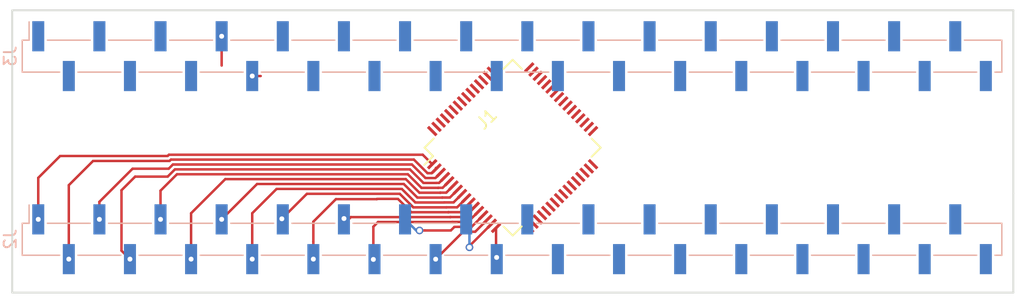
<source format=kicad_pcb>
(kicad_pcb (version 4) (host pcbnew 4.0.7)

  (general
    (links 64)
    (no_connects 48)
    (area 112.5158 82.24818 197.9722 108.895519)
    (thickness 1.6)
    (drawings 5)
    (tracks 149)
    (zones 0)
    (modules 3)
    (nets 65)
  )

  (page A4)
  (layers
    (0 F.Cu signal)
    (31 B.Cu signal)
    (32 B.Adhes user)
    (33 F.Adhes user)
    (34 B.Paste user)
    (35 F.Paste user)
    (36 B.SilkS user)
    (37 F.SilkS user)
    (38 B.Mask user)
    (39 F.Mask user)
    (40 Dwgs.User user)
    (41 Cmts.User user)
    (42 Eco1.User user)
    (43 Eco2.User user)
    (44 Edge.Cuts user)
    (45 Margin user)
    (46 B.CrtYd user)
    (47 F.CrtYd user)
    (48 B.Fab user)
    (49 F.Fab user)
  )

  (setup
    (last_trace_width 0.2032)
    (trace_clearance 0.2032)
    (zone_clearance 0.508)
    (zone_45_only no)
    (trace_min 0.2)
    (segment_width 0.2)
    (edge_width 0.15)
    (via_size 0.635)
    (via_drill 0.4064)
    (via_min_size 0.4)
    (via_min_drill 0.3)
    (uvia_size 0.3)
    (uvia_drill 0.1)
    (uvias_allowed no)
    (uvia_min_size 0.2)
    (uvia_min_drill 0.1)
    (pcb_text_width 0.3)
    (pcb_text_size 1.5 1.5)
    (mod_edge_width 0.15)
    (mod_text_size 1 1)
    (mod_text_width 0.15)
    (pad_size 1.524 1.524)
    (pad_drill 0.762)
    (pad_to_mask_clearance 0.2)
    (aux_axis_origin 0 0)
    (visible_elements 7FFFFFFF)
    (pcbplotparams
      (layerselection 0x010fc_80000001)
      (usegerberextensions false)
      (excludeedgelayer true)
      (linewidth 0.100000)
      (plotframeref false)
      (viasonmask false)
      (mode 1)
      (useauxorigin false)
      (hpglpennumber 1)
      (hpglpenspeed 20)
      (hpglpendiameter 15)
      (hpglpenoverlay 2)
      (psnegative false)
      (psa4output false)
      (plotreference true)
      (plotvalue true)
      (plotinvisibletext false)
      (padsonsilk false)
      (subtractmaskfromsilk false)
      (outputformat 1)
      (mirror false)
      (drillshape 0)
      (scaleselection 1)
      (outputdirectory Gerbers/))
  )

  (net 0 "")
  (net 1 "Net-(J1-Pad1)")
  (net 2 "Net-(J1-Pad2)")
  (net 3 "Net-(J1-Pad3)")
  (net 4 "Net-(J1-Pad4)")
  (net 5 "Net-(J1-Pad5)")
  (net 6 "Net-(J1-Pad6)")
  (net 7 "Net-(J1-Pad7)")
  (net 8 "Net-(J1-Pad8)")
  (net 9 "Net-(J1-Pad9)")
  (net 10 "Net-(J1-Pad10)")
  (net 11 "Net-(J1-Pad11)")
  (net 12 "Net-(J1-Pad12)")
  (net 13 "Net-(J1-Pad13)")
  (net 14 "Net-(J1-Pad14)")
  (net 15 "Net-(J1-Pad15)")
  (net 16 "Net-(J1-Pad16)")
  (net 17 "Net-(J1-Pad17)")
  (net 18 "Net-(J1-Pad18)")
  (net 19 "Net-(J1-Pad19)")
  (net 20 "Net-(J1-Pad20)")
  (net 21 "Net-(J1-Pad21)")
  (net 22 "Net-(J1-Pad22)")
  (net 23 "Net-(J1-Pad23)")
  (net 24 "Net-(J1-Pad24)")
  (net 25 "Net-(J1-Pad25)")
  (net 26 "Net-(J1-Pad26)")
  (net 27 "Net-(J1-Pad27)")
  (net 28 "Net-(J1-Pad28)")
  (net 29 "Net-(J1-Pad29)")
  (net 30 "Net-(J1-Pad30)")
  (net 31 "Net-(J1-Pad31)")
  (net 32 "Net-(J1-Pad32)")
  (net 33 "Net-(J1-Pad33)")
  (net 34 "Net-(J1-Pad34)")
  (net 35 "Net-(J1-Pad35)")
  (net 36 "Net-(J1-Pad36)")
  (net 37 "Net-(J1-Pad37)")
  (net 38 "Net-(J1-Pad38)")
  (net 39 "Net-(J1-Pad39)")
  (net 40 "Net-(J1-Pad40)")
  (net 41 "Net-(J1-Pad41)")
  (net 42 "Net-(J1-Pad42)")
  (net 43 "Net-(J1-Pad43)")
  (net 44 "Net-(J1-Pad44)")
  (net 45 "Net-(J1-Pad45)")
  (net 46 "Net-(J1-Pad46)")
  (net 47 "Net-(J1-Pad47)")
  (net 48 "Net-(J1-Pad48)")
  (net 49 "Net-(J1-Pad49)")
  (net 50 "Net-(J1-Pad50)")
  (net 51 "Net-(J1-Pad51)")
  (net 52 "Net-(J1-Pad52)")
  (net 53 "Net-(J1-Pad53)")
  (net 54 "Net-(J1-Pad54)")
  (net 55 "Net-(J1-Pad55)")
  (net 56 "Net-(J1-Pad56)")
  (net 57 "Net-(J1-Pad57)")
  (net 58 "Net-(J1-Pad58)")
  (net 59 "Net-(J1-Pad59)")
  (net 60 "Net-(J1-Pad60)")
  (net 61 "Net-(J1-Pad61)")
  (net 62 "Net-(J1-Pad62)")
  (net 63 "Net-(J1-Pad63)")
  (net 64 "Net-(J1-Pad64)")

  (net_class Default "This is the default net class."
    (clearance 0.2032)
    (trace_width 0.2032)
    (via_dia 0.635)
    (via_drill 0.4064)
    (uvia_dia 0.3)
    (uvia_drill 0.1)
    (add_net "Net-(J1-Pad1)")
    (add_net "Net-(J1-Pad10)")
    (add_net "Net-(J1-Pad11)")
    (add_net "Net-(J1-Pad12)")
    (add_net "Net-(J1-Pad13)")
    (add_net "Net-(J1-Pad14)")
    (add_net "Net-(J1-Pad15)")
    (add_net "Net-(J1-Pad16)")
    (add_net "Net-(J1-Pad17)")
    (add_net "Net-(J1-Pad18)")
    (add_net "Net-(J1-Pad19)")
    (add_net "Net-(J1-Pad2)")
    (add_net "Net-(J1-Pad20)")
    (add_net "Net-(J1-Pad21)")
    (add_net "Net-(J1-Pad22)")
    (add_net "Net-(J1-Pad23)")
    (add_net "Net-(J1-Pad24)")
    (add_net "Net-(J1-Pad25)")
    (add_net "Net-(J1-Pad26)")
    (add_net "Net-(J1-Pad27)")
    (add_net "Net-(J1-Pad28)")
    (add_net "Net-(J1-Pad29)")
    (add_net "Net-(J1-Pad3)")
    (add_net "Net-(J1-Pad30)")
    (add_net "Net-(J1-Pad31)")
    (add_net "Net-(J1-Pad32)")
    (add_net "Net-(J1-Pad33)")
    (add_net "Net-(J1-Pad34)")
    (add_net "Net-(J1-Pad35)")
    (add_net "Net-(J1-Pad36)")
    (add_net "Net-(J1-Pad37)")
    (add_net "Net-(J1-Pad38)")
    (add_net "Net-(J1-Pad39)")
    (add_net "Net-(J1-Pad4)")
    (add_net "Net-(J1-Pad40)")
    (add_net "Net-(J1-Pad41)")
    (add_net "Net-(J1-Pad42)")
    (add_net "Net-(J1-Pad43)")
    (add_net "Net-(J1-Pad44)")
    (add_net "Net-(J1-Pad45)")
    (add_net "Net-(J1-Pad46)")
    (add_net "Net-(J1-Pad47)")
    (add_net "Net-(J1-Pad48)")
    (add_net "Net-(J1-Pad49)")
    (add_net "Net-(J1-Pad5)")
    (add_net "Net-(J1-Pad50)")
    (add_net "Net-(J1-Pad51)")
    (add_net "Net-(J1-Pad52)")
    (add_net "Net-(J1-Pad53)")
    (add_net "Net-(J1-Pad54)")
    (add_net "Net-(J1-Pad55)")
    (add_net "Net-(J1-Pad56)")
    (add_net "Net-(J1-Pad57)")
    (add_net "Net-(J1-Pad58)")
    (add_net "Net-(J1-Pad59)")
    (add_net "Net-(J1-Pad6)")
    (add_net "Net-(J1-Pad60)")
    (add_net "Net-(J1-Pad61)")
    (add_net "Net-(J1-Pad62)")
    (add_net "Net-(J1-Pad63)")
    (add_net "Net-(J1-Pad64)")
    (add_net "Net-(J1-Pad7)")
    (add_net "Net-(J1-Pad8)")
    (add_net "Net-(J1-Pad9)")
  )

  (module Housings_QFP:LQFP-64_10x10mm_Pitch0.5mm (layer F.Cu) (tedit 5A8F02EC) (tstamp 5A8F0261)
    (at 155.2448 94.615 45)
    (descr "64 LEAD LQFP 10x10mm (see MICREL LQFP10x10-64LD-PL-1.pdf)")
    (tags "QFP 0.5")
    (path /5A8F006B)
    (attr smd)
    (fp_text reference J1 (at 0.161645 -3.214932 45) (layer F.SilkS)
      (effects (font (size 1 1) (thickness 0.15)))
    )
    (fp_text value Conn_02x32_Counter_Clockwise (at 0 7.2 45) (layer F.Fab) hide
      (effects (font (size 1 1) (thickness 0.15)))
    )
    (fp_text user %R (at 1.849933 -2.280985 45) (layer F.Fab) hide
      (effects (font (size 1 1) (thickness 0.15)))
    )
    (fp_line (start -4 -5) (end 5 -5) (layer F.Fab) (width 0.15))
    (fp_line (start 5 -5) (end 5 5) (layer F.Fab) (width 0.15))
    (fp_line (start 5 5) (end -5 5) (layer F.Fab) (width 0.15))
    (fp_line (start -5 5) (end -5 -4) (layer F.Fab) (width 0.15))
    (fp_line (start -5 -4) (end -4 -5) (layer F.Fab) (width 0.15))
    (fp_line (start -6.45 -6.45) (end -6.45 6.45) (layer F.CrtYd) (width 0.05))
    (fp_line (start 6.45 -6.45) (end 6.45 6.45) (layer F.CrtYd) (width 0.05))
    (fp_line (start -6.45 -6.45) (end 6.45 -6.45) (layer F.CrtYd) (width 0.05))
    (fp_line (start -6.45 6.45) (end 6.45 6.45) (layer F.CrtYd) (width 0.05))
    (fp_line (start -5.175 -5.175) (end -5.175 -4.175) (layer F.SilkS) (width 0.15))
    (fp_line (start 5.175 -5.175) (end 5.175 -4.1) (layer F.SilkS) (width 0.15))
    (fp_line (start 5.175 5.175) (end 5.175 4.1) (layer F.SilkS) (width 0.15))
    (fp_line (start -5.175 5.175) (end -5.175 4.1) (layer F.SilkS) (width 0.15))
    (fp_line (start -5.175 -5.175) (end -4.1 -5.175) (layer F.SilkS) (width 0.15))
    (fp_line (start -5.175 5.175) (end -4.1 5.175) (layer F.SilkS) (width 0.15))
    (fp_line (start 5.175 5.175) (end 4.1 5.175) (layer F.SilkS) (width 0.15))
    (fp_line (start 5.175 -5.175) (end 4.1 -5.175) (layer F.SilkS) (width 0.15))
    (fp_line (start -5.175 -4.175) (end -6.2 -4.175) (layer F.SilkS) (width 0.15))
    (pad 1 smd rect (at -5.7 -3.75 45) (size 1 0.25) (layers F.Cu F.Paste F.Mask)
      (net 1 "Net-(J1-Pad1)"))
    (pad 2 smd rect (at -5.7 -3.25 45) (size 1 0.25) (layers F.Cu F.Paste F.Mask)
      (net 2 "Net-(J1-Pad2)"))
    (pad 3 smd rect (at -5.7 -2.75 45) (size 1 0.25) (layers F.Cu F.Paste F.Mask)
      (net 3 "Net-(J1-Pad3)"))
    (pad 4 smd rect (at -5.7 -2.25 45) (size 1 0.25) (layers F.Cu F.Paste F.Mask)
      (net 4 "Net-(J1-Pad4)"))
    (pad 5 smd rect (at -5.7 -1.75 45) (size 1 0.25) (layers F.Cu F.Paste F.Mask)
      (net 5 "Net-(J1-Pad5)"))
    (pad 6 smd rect (at -5.7 -1.25 45) (size 1 0.25) (layers F.Cu F.Paste F.Mask)
      (net 6 "Net-(J1-Pad6)"))
    (pad 7 smd rect (at -5.7 -0.75 45) (size 1 0.25) (layers F.Cu F.Paste F.Mask)
      (net 7 "Net-(J1-Pad7)"))
    (pad 8 smd rect (at -5.7 -0.25 45) (size 1 0.25) (layers F.Cu F.Paste F.Mask)
      (net 8 "Net-(J1-Pad8)"))
    (pad 9 smd rect (at -5.7 0.25 45) (size 1 0.25) (layers F.Cu F.Paste F.Mask)
      (net 9 "Net-(J1-Pad9)"))
    (pad 10 smd rect (at -5.7 0.75 45) (size 1 0.25) (layers F.Cu F.Paste F.Mask)
      (net 10 "Net-(J1-Pad10)"))
    (pad 11 smd rect (at -5.7 1.25 45) (size 1 0.25) (layers F.Cu F.Paste F.Mask)
      (net 11 "Net-(J1-Pad11)"))
    (pad 12 smd rect (at -5.7 1.75 45) (size 1 0.25) (layers F.Cu F.Paste F.Mask)
      (net 12 "Net-(J1-Pad12)"))
    (pad 13 smd rect (at -5.7 2.25 45) (size 1 0.25) (layers F.Cu F.Paste F.Mask)
      (net 13 "Net-(J1-Pad13)"))
    (pad 14 smd rect (at -5.7 2.75 45) (size 1 0.25) (layers F.Cu F.Paste F.Mask)
      (net 14 "Net-(J1-Pad14)"))
    (pad 15 smd rect (at -5.7 3.25 45) (size 1 0.25) (layers F.Cu F.Paste F.Mask)
      (net 15 "Net-(J1-Pad15)"))
    (pad 16 smd rect (at -5.7 3.75 45) (size 1 0.25) (layers F.Cu F.Paste F.Mask)
      (net 16 "Net-(J1-Pad16)"))
    (pad 17 smd rect (at -3.75 5.7 135) (size 1 0.25) (layers F.Cu F.Paste F.Mask)
      (net 17 "Net-(J1-Pad17)"))
    (pad 18 smd rect (at -3.25 5.7 135) (size 1 0.25) (layers F.Cu F.Paste F.Mask)
      (net 18 "Net-(J1-Pad18)"))
    (pad 19 smd rect (at -2.75 5.7 135) (size 1 0.25) (layers F.Cu F.Paste F.Mask)
      (net 19 "Net-(J1-Pad19)"))
    (pad 20 smd rect (at -2.25 5.7 135) (size 1 0.25) (layers F.Cu F.Paste F.Mask)
      (net 20 "Net-(J1-Pad20)"))
    (pad 21 smd rect (at -1.75 5.7 135) (size 1 0.25) (layers F.Cu F.Paste F.Mask)
      (net 21 "Net-(J1-Pad21)"))
    (pad 22 smd rect (at -1.25 5.7 135) (size 1 0.25) (layers F.Cu F.Paste F.Mask)
      (net 22 "Net-(J1-Pad22)"))
    (pad 23 smd rect (at -0.75 5.7 135) (size 1 0.25) (layers F.Cu F.Paste F.Mask)
      (net 23 "Net-(J1-Pad23)"))
    (pad 24 smd rect (at -0.25 5.7 135) (size 1 0.25) (layers F.Cu F.Paste F.Mask)
      (net 24 "Net-(J1-Pad24)"))
    (pad 25 smd rect (at 0.25 5.7 135) (size 1 0.25) (layers F.Cu F.Paste F.Mask)
      (net 25 "Net-(J1-Pad25)"))
    (pad 26 smd rect (at 0.75 5.7 135) (size 1 0.25) (layers F.Cu F.Paste F.Mask)
      (net 26 "Net-(J1-Pad26)"))
    (pad 27 smd rect (at 1.25 5.7 135) (size 1 0.25) (layers F.Cu F.Paste F.Mask)
      (net 27 "Net-(J1-Pad27)"))
    (pad 28 smd rect (at 1.75 5.7 135) (size 1 0.25) (layers F.Cu F.Paste F.Mask)
      (net 28 "Net-(J1-Pad28)"))
    (pad 29 smd rect (at 2.25 5.7 135) (size 1 0.25) (layers F.Cu F.Paste F.Mask)
      (net 29 "Net-(J1-Pad29)"))
    (pad 30 smd rect (at 2.75 5.7 135) (size 1 0.25) (layers F.Cu F.Paste F.Mask)
      (net 30 "Net-(J1-Pad30)"))
    (pad 31 smd rect (at 3.25 5.7 135) (size 1 0.25) (layers F.Cu F.Paste F.Mask)
      (net 31 "Net-(J1-Pad31)"))
    (pad 32 smd rect (at 3.75 5.7 135) (size 1 0.25) (layers F.Cu F.Paste F.Mask)
      (net 32 "Net-(J1-Pad32)"))
    (pad 33 smd rect (at 5.7 3.75 45) (size 1 0.25) (layers F.Cu F.Paste F.Mask)
      (net 33 "Net-(J1-Pad33)"))
    (pad 34 smd rect (at 5.7 3.25 45) (size 1 0.25) (layers F.Cu F.Paste F.Mask)
      (net 34 "Net-(J1-Pad34)"))
    (pad 35 smd rect (at 5.7 2.75 45) (size 1 0.25) (layers F.Cu F.Paste F.Mask)
      (net 35 "Net-(J1-Pad35)"))
    (pad 36 smd rect (at 5.7 2.25 45) (size 1 0.25) (layers F.Cu F.Paste F.Mask)
      (net 36 "Net-(J1-Pad36)"))
    (pad 37 smd rect (at 5.7 1.75 45) (size 1 0.25) (layers F.Cu F.Paste F.Mask)
      (net 37 "Net-(J1-Pad37)"))
    (pad 38 smd rect (at 5.7 1.25 45) (size 1 0.25) (layers F.Cu F.Paste F.Mask)
      (net 38 "Net-(J1-Pad38)"))
    (pad 39 smd rect (at 5.7 0.75 45) (size 1 0.25) (layers F.Cu F.Paste F.Mask)
      (net 39 "Net-(J1-Pad39)"))
    (pad 40 smd rect (at 5.7 0.25 45) (size 1 0.25) (layers F.Cu F.Paste F.Mask)
      (net 40 "Net-(J1-Pad40)"))
    (pad 41 smd rect (at 5.7 -0.25 45) (size 1 0.25) (layers F.Cu F.Paste F.Mask)
      (net 41 "Net-(J1-Pad41)"))
    (pad 42 smd rect (at 5.7 -0.75 45) (size 1 0.25) (layers F.Cu F.Paste F.Mask)
      (net 42 "Net-(J1-Pad42)"))
    (pad 43 smd rect (at 5.7 -1.25 45) (size 1 0.25) (layers F.Cu F.Paste F.Mask)
      (net 43 "Net-(J1-Pad43)"))
    (pad 44 smd rect (at 5.7 -1.75 45) (size 1 0.25) (layers F.Cu F.Paste F.Mask)
      (net 44 "Net-(J1-Pad44)"))
    (pad 45 smd rect (at 5.7 -2.25 45) (size 1 0.25) (layers F.Cu F.Paste F.Mask)
      (net 45 "Net-(J1-Pad45)"))
    (pad 46 smd rect (at 5.7 -2.75 45) (size 1 0.25) (layers F.Cu F.Paste F.Mask)
      (net 46 "Net-(J1-Pad46)"))
    (pad 47 smd rect (at 5.7 -3.25 45) (size 1 0.25) (layers F.Cu F.Paste F.Mask)
      (net 47 "Net-(J1-Pad47)"))
    (pad 48 smd rect (at 5.7 -3.75 45) (size 1 0.25) (layers F.Cu F.Paste F.Mask)
      (net 48 "Net-(J1-Pad48)"))
    (pad 49 smd rect (at 3.75 -5.7 135) (size 1 0.25) (layers F.Cu F.Paste F.Mask)
      (net 49 "Net-(J1-Pad49)"))
    (pad 50 smd rect (at 3.25 -5.7 135) (size 1 0.25) (layers F.Cu F.Paste F.Mask)
      (net 50 "Net-(J1-Pad50)"))
    (pad 51 smd rect (at 2.75 -5.7 135) (size 1 0.25) (layers F.Cu F.Paste F.Mask)
      (net 51 "Net-(J1-Pad51)"))
    (pad 52 smd rect (at 2.25 -5.7 135) (size 1 0.25) (layers F.Cu F.Paste F.Mask)
      (net 52 "Net-(J1-Pad52)"))
    (pad 53 smd rect (at 1.75 -5.7 135) (size 1 0.25) (layers F.Cu F.Paste F.Mask)
      (net 53 "Net-(J1-Pad53)"))
    (pad 54 smd rect (at 1.25 -5.7 135) (size 1 0.25) (layers F.Cu F.Paste F.Mask)
      (net 54 "Net-(J1-Pad54)"))
    (pad 55 smd rect (at 0.75 -5.7 135) (size 1 0.25) (layers F.Cu F.Paste F.Mask)
      (net 55 "Net-(J1-Pad55)"))
    (pad 56 smd rect (at 0.25 -5.7 135) (size 1 0.25) (layers F.Cu F.Paste F.Mask)
      (net 56 "Net-(J1-Pad56)"))
    (pad 57 smd rect (at -0.25 -5.7 135) (size 1 0.25) (layers F.Cu F.Paste F.Mask)
      (net 57 "Net-(J1-Pad57)"))
    (pad 58 smd rect (at -0.75 -5.7 135) (size 1 0.25) (layers F.Cu F.Paste F.Mask)
      (net 58 "Net-(J1-Pad58)"))
    (pad 59 smd rect (at -1.25 -5.7 135) (size 1 0.25) (layers F.Cu F.Paste F.Mask)
      (net 59 "Net-(J1-Pad59)"))
    (pad 60 smd rect (at -1.75 -5.7 135) (size 1 0.25) (layers F.Cu F.Paste F.Mask)
      (net 60 "Net-(J1-Pad60)"))
    (pad 61 smd rect (at -2.25 -5.7 135) (size 1 0.25) (layers F.Cu F.Paste F.Mask)
      (net 61 "Net-(J1-Pad61)"))
    (pad 62 smd rect (at -2.75 -5.7 135) (size 1 0.25) (layers F.Cu F.Paste F.Mask)
      (net 62 "Net-(J1-Pad62)"))
    (pad 63 smd rect (at -3.25 -5.7 135) (size 1 0.25) (layers F.Cu F.Paste F.Mask)
      (net 63 "Net-(J1-Pad63)"))
    (pad 64 smd rect (at -3.75 -5.7 135) (size 1 0.25) (layers F.Cu F.Paste F.Mask)
      (net 64 "Net-(J1-Pad64)"))
    (model ${KISYS3DMOD}/Housings_QFP.3dshapes/LQFP-64_10x10mm_Pitch0.5mm.wrl
      (at (xyz 0 0 0))
      (scale (xyz 1 1 1))
      (rotate (xyz 0 0 0))
    )
  )

  (module Pin_Headers:Pin_Header_Straight_1x32_Pitch2.54mm_SMD_Pin1Left locked (layer B.Cu) (tedit 59650532) (tstamp 5A8F22C9)
    (at 155.194 102.239 270)
    (descr "surface-mounted straight pin header, 1x32, 2.54mm pitch, single row, style 1 (pin 1 left)")
    (tags "Surface mounted pin header SMD 1x32 2.54mm single row style1 pin1 left")
    (path /5A8F032F)
    (attr smd)
    (fp_text reference J2 (at 0 41.7 270) (layer B.SilkS)
      (effects (font (size 1 1) (thickness 0.15)) (justify mirror))
    )
    (fp_text value Conn_01x32 (at 0 -41.7 270) (layer B.Fab)
      (effects (font (size 1 1) (thickness 0.15)) (justify mirror))
    )
    (fp_line (start 1.27 -40.64) (end -1.27 -40.64) (layer B.Fab) (width 0.1))
    (fp_line (start -0.32 40.64) (end 1.27 40.64) (layer B.Fab) (width 0.1))
    (fp_line (start -1.27 -40.64) (end -1.27 39.69) (layer B.Fab) (width 0.1))
    (fp_line (start -1.27 39.69) (end -0.32 40.64) (layer B.Fab) (width 0.1))
    (fp_line (start 1.27 40.64) (end 1.27 -40.64) (layer B.Fab) (width 0.1))
    (fp_line (start -1.27 39.69) (end -2.54 39.69) (layer B.Fab) (width 0.1))
    (fp_line (start -2.54 39.69) (end -2.54 39.05) (layer B.Fab) (width 0.1))
    (fp_line (start -2.54 39.05) (end -1.27 39.05) (layer B.Fab) (width 0.1))
    (fp_line (start -1.27 34.61) (end -2.54 34.61) (layer B.Fab) (width 0.1))
    (fp_line (start -2.54 34.61) (end -2.54 33.97) (layer B.Fab) (width 0.1))
    (fp_line (start -2.54 33.97) (end -1.27 33.97) (layer B.Fab) (width 0.1))
    (fp_line (start -1.27 29.53) (end -2.54 29.53) (layer B.Fab) (width 0.1))
    (fp_line (start -2.54 29.53) (end -2.54 28.89) (layer B.Fab) (width 0.1))
    (fp_line (start -2.54 28.89) (end -1.27 28.89) (layer B.Fab) (width 0.1))
    (fp_line (start -1.27 24.45) (end -2.54 24.45) (layer B.Fab) (width 0.1))
    (fp_line (start -2.54 24.45) (end -2.54 23.81) (layer B.Fab) (width 0.1))
    (fp_line (start -2.54 23.81) (end -1.27 23.81) (layer B.Fab) (width 0.1))
    (fp_line (start -1.27 19.37) (end -2.54 19.37) (layer B.Fab) (width 0.1))
    (fp_line (start -2.54 19.37) (end -2.54 18.73) (layer B.Fab) (width 0.1))
    (fp_line (start -2.54 18.73) (end -1.27 18.73) (layer B.Fab) (width 0.1))
    (fp_line (start -1.27 14.29) (end -2.54 14.29) (layer B.Fab) (width 0.1))
    (fp_line (start -2.54 14.29) (end -2.54 13.65) (layer B.Fab) (width 0.1))
    (fp_line (start -2.54 13.65) (end -1.27 13.65) (layer B.Fab) (width 0.1))
    (fp_line (start -1.27 9.21) (end -2.54 9.21) (layer B.Fab) (width 0.1))
    (fp_line (start -2.54 9.21) (end -2.54 8.57) (layer B.Fab) (width 0.1))
    (fp_line (start -2.54 8.57) (end -1.27 8.57) (layer B.Fab) (width 0.1))
    (fp_line (start -1.27 4.13) (end -2.54 4.13) (layer B.Fab) (width 0.1))
    (fp_line (start -2.54 4.13) (end -2.54 3.49) (layer B.Fab) (width 0.1))
    (fp_line (start -2.54 3.49) (end -1.27 3.49) (layer B.Fab) (width 0.1))
    (fp_line (start -1.27 -0.95) (end -2.54 -0.95) (layer B.Fab) (width 0.1))
    (fp_line (start -2.54 -0.95) (end -2.54 -1.59) (layer B.Fab) (width 0.1))
    (fp_line (start -2.54 -1.59) (end -1.27 -1.59) (layer B.Fab) (width 0.1))
    (fp_line (start -1.27 -6.03) (end -2.54 -6.03) (layer B.Fab) (width 0.1))
    (fp_line (start -2.54 -6.03) (end -2.54 -6.67) (layer B.Fab) (width 0.1))
    (fp_line (start -2.54 -6.67) (end -1.27 -6.67) (layer B.Fab) (width 0.1))
    (fp_line (start -1.27 -11.11) (end -2.54 -11.11) (layer B.Fab) (width 0.1))
    (fp_line (start -2.54 -11.11) (end -2.54 -11.75) (layer B.Fab) (width 0.1))
    (fp_line (start -2.54 -11.75) (end -1.27 -11.75) (layer B.Fab) (width 0.1))
    (fp_line (start -1.27 -16.19) (end -2.54 -16.19) (layer B.Fab) (width 0.1))
    (fp_line (start -2.54 -16.19) (end -2.54 -16.83) (layer B.Fab) (width 0.1))
    (fp_line (start -2.54 -16.83) (end -1.27 -16.83) (layer B.Fab) (width 0.1))
    (fp_line (start -1.27 -21.27) (end -2.54 -21.27) (layer B.Fab) (width 0.1))
    (fp_line (start -2.54 -21.27) (end -2.54 -21.91) (layer B.Fab) (width 0.1))
    (fp_line (start -2.54 -21.91) (end -1.27 -21.91) (layer B.Fab) (width 0.1))
    (fp_line (start -1.27 -26.35) (end -2.54 -26.35) (layer B.Fab) (width 0.1))
    (fp_line (start -2.54 -26.35) (end -2.54 -26.99) (layer B.Fab) (width 0.1))
    (fp_line (start -2.54 -26.99) (end -1.27 -26.99) (layer B.Fab) (width 0.1))
    (fp_line (start -1.27 -31.43) (end -2.54 -31.43) (layer B.Fab) (width 0.1))
    (fp_line (start -2.54 -31.43) (end -2.54 -32.07) (layer B.Fab) (width 0.1))
    (fp_line (start -2.54 -32.07) (end -1.27 -32.07) (layer B.Fab) (width 0.1))
    (fp_line (start -1.27 -36.51) (end -2.54 -36.51) (layer B.Fab) (width 0.1))
    (fp_line (start -2.54 -36.51) (end -2.54 -37.15) (layer B.Fab) (width 0.1))
    (fp_line (start -2.54 -37.15) (end -1.27 -37.15) (layer B.Fab) (width 0.1))
    (fp_line (start 1.27 37.15) (end 2.54 37.15) (layer B.Fab) (width 0.1))
    (fp_line (start 2.54 37.15) (end 2.54 36.51) (layer B.Fab) (width 0.1))
    (fp_line (start 2.54 36.51) (end 1.27 36.51) (layer B.Fab) (width 0.1))
    (fp_line (start 1.27 32.07) (end 2.54 32.07) (layer B.Fab) (width 0.1))
    (fp_line (start 2.54 32.07) (end 2.54 31.43) (layer B.Fab) (width 0.1))
    (fp_line (start 2.54 31.43) (end 1.27 31.43) (layer B.Fab) (width 0.1))
    (fp_line (start 1.27 26.99) (end 2.54 26.99) (layer B.Fab) (width 0.1))
    (fp_line (start 2.54 26.99) (end 2.54 26.35) (layer B.Fab) (width 0.1))
    (fp_line (start 2.54 26.35) (end 1.27 26.35) (layer B.Fab) (width 0.1))
    (fp_line (start 1.27 21.91) (end 2.54 21.91) (layer B.Fab) (width 0.1))
    (fp_line (start 2.54 21.91) (end 2.54 21.27) (layer B.Fab) (width 0.1))
    (fp_line (start 2.54 21.27) (end 1.27 21.27) (layer B.Fab) (width 0.1))
    (fp_line (start 1.27 16.83) (end 2.54 16.83) (layer B.Fab) (width 0.1))
    (fp_line (start 2.54 16.83) (end 2.54 16.19) (layer B.Fab) (width 0.1))
    (fp_line (start 2.54 16.19) (end 1.27 16.19) (layer B.Fab) (width 0.1))
    (fp_line (start 1.27 11.75) (end 2.54 11.75) (layer B.Fab) (width 0.1))
    (fp_line (start 2.54 11.75) (end 2.54 11.11) (layer B.Fab) (width 0.1))
    (fp_line (start 2.54 11.11) (end 1.27 11.11) (layer B.Fab) (width 0.1))
    (fp_line (start 1.27 6.67) (end 2.54 6.67) (layer B.Fab) (width 0.1))
    (fp_line (start 2.54 6.67) (end 2.54 6.03) (layer B.Fab) (width 0.1))
    (fp_line (start 2.54 6.03) (end 1.27 6.03) (layer B.Fab) (width 0.1))
    (fp_line (start 1.27 1.59) (end 2.54 1.59) (layer B.Fab) (width 0.1))
    (fp_line (start 2.54 1.59) (end 2.54 0.95) (layer B.Fab) (width 0.1))
    (fp_line (start 2.54 0.95) (end 1.27 0.95) (layer B.Fab) (width 0.1))
    (fp_line (start 1.27 -3.49) (end 2.54 -3.49) (layer B.Fab) (width 0.1))
    (fp_line (start 2.54 -3.49) (end 2.54 -4.13) (layer B.Fab) (width 0.1))
    (fp_line (start 2.54 -4.13) (end 1.27 -4.13) (layer B.Fab) (width 0.1))
    (fp_line (start 1.27 -8.57) (end 2.54 -8.57) (layer B.Fab) (width 0.1))
    (fp_line (start 2.54 -8.57) (end 2.54 -9.21) (layer B.Fab) (width 0.1))
    (fp_line (start 2.54 -9.21) (end 1.27 -9.21) (layer B.Fab) (width 0.1))
    (fp_line (start 1.27 -13.65) (end 2.54 -13.65) (layer B.Fab) (width 0.1))
    (fp_line (start 2.54 -13.65) (end 2.54 -14.29) (layer B.Fab) (width 0.1))
    (fp_line (start 2.54 -14.29) (end 1.27 -14.29) (layer B.Fab) (width 0.1))
    (fp_line (start 1.27 -18.73) (end 2.54 -18.73) (layer B.Fab) (width 0.1))
    (fp_line (start 2.54 -18.73) (end 2.54 -19.37) (layer B.Fab) (width 0.1))
    (fp_line (start 2.54 -19.37) (end 1.27 -19.37) (layer B.Fab) (width 0.1))
    (fp_line (start 1.27 -23.81) (end 2.54 -23.81) (layer B.Fab) (width 0.1))
    (fp_line (start 2.54 -23.81) (end 2.54 -24.45) (layer B.Fab) (width 0.1))
    (fp_line (start 2.54 -24.45) (end 1.27 -24.45) (layer B.Fab) (width 0.1))
    (fp_line (start 1.27 -28.89) (end 2.54 -28.89) (layer B.Fab) (width 0.1))
    (fp_line (start 2.54 -28.89) (end 2.54 -29.53) (layer B.Fab) (width 0.1))
    (fp_line (start 2.54 -29.53) (end 1.27 -29.53) (layer B.Fab) (width 0.1))
    (fp_line (start 1.27 -33.97) (end 2.54 -33.97) (layer B.Fab) (width 0.1))
    (fp_line (start 2.54 -33.97) (end 2.54 -34.61) (layer B.Fab) (width 0.1))
    (fp_line (start 2.54 -34.61) (end 1.27 -34.61) (layer B.Fab) (width 0.1))
    (fp_line (start 1.27 -39.05) (end 2.54 -39.05) (layer B.Fab) (width 0.1))
    (fp_line (start 2.54 -39.05) (end 2.54 -39.69) (layer B.Fab) (width 0.1))
    (fp_line (start 2.54 -39.69) (end 1.27 -39.69) (layer B.Fab) (width 0.1))
    (fp_line (start -1.33 40.7) (end 1.33 40.7) (layer B.SilkS) (width 0.12))
    (fp_line (start -1.33 -40.7) (end 1.33 -40.7) (layer B.SilkS) (width 0.12))
    (fp_line (start 1.33 40.7) (end 1.33 37.59) (layer B.SilkS) (width 0.12))
    (fp_line (start -1.33 40.13) (end -2.85 40.13) (layer B.SilkS) (width 0.12))
    (fp_line (start -1.33 40.7) (end -1.33 40.13) (layer B.SilkS) (width 0.12))
    (fp_line (start 1.33 -40.13) (end 1.33 -40.7) (layer B.SilkS) (width 0.12))
    (fp_line (start 1.33 36.07) (end 1.33 32.51) (layer B.SilkS) (width 0.12))
    (fp_line (start 1.33 30.99) (end 1.33 27.43) (layer B.SilkS) (width 0.12))
    (fp_line (start 1.33 25.91) (end 1.33 22.35) (layer B.SilkS) (width 0.12))
    (fp_line (start 1.33 20.83) (end 1.33 17.27) (layer B.SilkS) (width 0.12))
    (fp_line (start 1.33 15.75) (end 1.33 12.19) (layer B.SilkS) (width 0.12))
    (fp_line (start 1.33 10.67) (end 1.33 7.11) (layer B.SilkS) (width 0.12))
    (fp_line (start 1.33 5.59) (end 1.33 2.03) (layer B.SilkS) (width 0.12))
    (fp_line (start 1.33 0.51) (end 1.33 -3.05) (layer B.SilkS) (width 0.12))
    (fp_line (start 1.33 -4.57) (end 1.33 -8.13) (layer B.SilkS) (width 0.12))
    (fp_line (start 1.33 -9.65) (end 1.33 -13.21) (layer B.SilkS) (width 0.12))
    (fp_line (start 1.33 -14.73) (end 1.33 -18.29) (layer B.SilkS) (width 0.12))
    (fp_line (start 1.33 -19.81) (end 1.33 -23.37) (layer B.SilkS) (width 0.12))
    (fp_line (start 1.33 -24.89) (end 1.33 -28.45) (layer B.SilkS) (width 0.12))
    (fp_line (start 1.33 -29.97) (end 1.33 -33.53) (layer B.SilkS) (width 0.12))
    (fp_line (start 1.33 -35.05) (end 1.33 -38.61) (layer B.SilkS) (width 0.12))
    (fp_line (start -1.33 38.61) (end -1.33 35.05) (layer B.SilkS) (width 0.12))
    (fp_line (start -1.33 33.53) (end -1.33 29.97) (layer B.SilkS) (width 0.12))
    (fp_line (start -1.33 28.45) (end -1.33 24.89) (layer B.SilkS) (width 0.12))
    (fp_line (start -1.33 23.37) (end -1.33 19.81) (layer B.SilkS) (width 0.12))
    (fp_line (start -1.33 18.29) (end -1.33 14.73) (layer B.SilkS) (width 0.12))
    (fp_line (start -1.33 13.21) (end -1.33 9.65) (layer B.SilkS) (width 0.12))
    (fp_line (start -1.33 8.13) (end -1.33 4.57) (layer B.SilkS) (width 0.12))
    (fp_line (start -1.33 3.05) (end -1.33 -0.51) (layer B.SilkS) (width 0.12))
    (fp_line (start -1.33 -2.03) (end -1.33 -5.59) (layer B.SilkS) (width 0.12))
    (fp_line (start -1.33 -7.11) (end -1.33 -10.67) (layer B.SilkS) (width 0.12))
    (fp_line (start -1.33 -12.19) (end -1.33 -15.75) (layer B.SilkS) (width 0.12))
    (fp_line (start -1.33 -17.27) (end -1.33 -20.83) (layer B.SilkS) (width 0.12))
    (fp_line (start -1.33 -22.35) (end -1.33 -25.91) (layer B.SilkS) (width 0.12))
    (fp_line (start -1.33 -27.43) (end -1.33 -30.99) (layer B.SilkS) (width 0.12))
    (fp_line (start -1.33 -32.51) (end -1.33 -36.07) (layer B.SilkS) (width 0.12))
    (fp_line (start -1.33 -37.59) (end -1.33 -40.7) (layer B.SilkS) (width 0.12))
    (fp_line (start -3.45 41.15) (end -3.45 -41.15) (layer B.CrtYd) (width 0.05))
    (fp_line (start -3.45 -41.15) (end 3.45 -41.15) (layer B.CrtYd) (width 0.05))
    (fp_line (start 3.45 -41.15) (end 3.45 41.15) (layer B.CrtYd) (width 0.05))
    (fp_line (start 3.45 41.15) (end -3.45 41.15) (layer B.CrtYd) (width 0.05))
    (fp_text user %R (at 4.6188 -2.3368 540) (layer B.Fab)
      (effects (font (size 1 1) (thickness 0.15)) (justify mirror))
    )
    (pad 1 smd rect (at -1.655 39.37 270) (size 2.51 1) (layers B.Cu B.Paste B.Mask)
      (net 1 "Net-(J1-Pad1)"))
    (pad 3 smd rect (at -1.655 34.29 270) (size 2.51 1) (layers B.Cu B.Paste B.Mask)
      (net 3 "Net-(J1-Pad3)"))
    (pad 5 smd rect (at -1.655 29.21 270) (size 2.51 1) (layers B.Cu B.Paste B.Mask)
      (net 5 "Net-(J1-Pad5)"))
    (pad 7 smd rect (at -1.655 24.13 270) (size 2.51 1) (layers B.Cu B.Paste B.Mask)
      (net 7 "Net-(J1-Pad7)"))
    (pad 9 smd rect (at -1.655 19.05 270) (size 2.51 1) (layers B.Cu B.Paste B.Mask)
      (net 9 "Net-(J1-Pad9)"))
    (pad 11 smd rect (at -1.655 13.97 270) (size 2.51 1) (layers B.Cu B.Paste B.Mask)
      (net 11 "Net-(J1-Pad11)"))
    (pad 13 smd rect (at -1.655 8.89 270) (size 2.51 1) (layers B.Cu B.Paste B.Mask)
      (net 13 "Net-(J1-Pad13)"))
    (pad 15 smd rect (at -1.655 3.81 270) (size 2.51 1) (layers B.Cu B.Paste B.Mask)
      (net 15 "Net-(J1-Pad15)"))
    (pad 17 smd rect (at -1.655 -1.27 270) (size 2.51 1) (layers B.Cu B.Paste B.Mask)
      (net 17 "Net-(J1-Pad17)"))
    (pad 19 smd rect (at -1.655 -6.35 270) (size 2.51 1) (layers B.Cu B.Paste B.Mask)
      (net 19 "Net-(J1-Pad19)"))
    (pad 21 smd rect (at -1.655 -11.43 270) (size 2.51 1) (layers B.Cu B.Paste B.Mask)
      (net 21 "Net-(J1-Pad21)"))
    (pad 23 smd rect (at -1.655 -16.51 270) (size 2.51 1) (layers B.Cu B.Paste B.Mask)
      (net 23 "Net-(J1-Pad23)"))
    (pad 25 smd rect (at -1.655 -21.59 270) (size 2.51 1) (layers B.Cu B.Paste B.Mask)
      (net 25 "Net-(J1-Pad25)"))
    (pad 27 smd rect (at -1.655 -26.67 270) (size 2.51 1) (layers B.Cu B.Paste B.Mask)
      (net 27 "Net-(J1-Pad27)"))
    (pad 29 smd rect (at -1.655 -31.75 270) (size 2.51 1) (layers B.Cu B.Paste B.Mask)
      (net 29 "Net-(J1-Pad29)"))
    (pad 31 smd rect (at -1.655 -36.83 270) (size 2.51 1) (layers B.Cu B.Paste B.Mask)
      (net 31 "Net-(J1-Pad31)"))
    (pad 2 smd rect (at 1.655 36.83 270) (size 2.51 1) (layers B.Cu B.Paste B.Mask)
      (net 2 "Net-(J1-Pad2)"))
    (pad 4 smd rect (at 1.655 31.75 270) (size 2.51 1) (layers B.Cu B.Paste B.Mask)
      (net 4 "Net-(J1-Pad4)"))
    (pad 6 smd rect (at 1.655 26.67 270) (size 2.51 1) (layers B.Cu B.Paste B.Mask)
      (net 6 "Net-(J1-Pad6)"))
    (pad 8 smd rect (at 1.655 21.59 270) (size 2.51 1) (layers B.Cu B.Paste B.Mask)
      (net 8 "Net-(J1-Pad8)"))
    (pad 10 smd rect (at 1.655 16.51 270) (size 2.51 1) (layers B.Cu B.Paste B.Mask)
      (net 10 "Net-(J1-Pad10)"))
    (pad 12 smd rect (at 1.655 11.43 270) (size 2.51 1) (layers B.Cu B.Paste B.Mask)
      (net 12 "Net-(J1-Pad12)"))
    (pad 14 smd rect (at 1.655 6.35 270) (size 2.51 1) (layers B.Cu B.Paste B.Mask)
      (net 14 "Net-(J1-Pad14)"))
    (pad 16 smd rect (at 1.655 1.27 270) (size 2.51 1) (layers B.Cu B.Paste B.Mask)
      (net 16 "Net-(J1-Pad16)"))
    (pad 18 smd rect (at 1.655 -3.81 270) (size 2.51 1) (layers B.Cu B.Paste B.Mask)
      (net 18 "Net-(J1-Pad18)"))
    (pad 20 smd rect (at 1.655 -8.89 270) (size 2.51 1) (layers B.Cu B.Paste B.Mask)
      (net 20 "Net-(J1-Pad20)"))
    (pad 22 smd rect (at 1.655 -13.97 270) (size 2.51 1) (layers B.Cu B.Paste B.Mask)
      (net 22 "Net-(J1-Pad22)"))
    (pad 24 smd rect (at 1.655 -19.05 270) (size 2.51 1) (layers B.Cu B.Paste B.Mask)
      (net 24 "Net-(J1-Pad24)"))
    (pad 26 smd rect (at 1.655 -24.13 270) (size 2.51 1) (layers B.Cu B.Paste B.Mask)
      (net 26 "Net-(J1-Pad26)"))
    (pad 28 smd rect (at 1.655 -29.21 270) (size 2.51 1) (layers B.Cu B.Paste B.Mask)
      (net 28 "Net-(J1-Pad28)"))
    (pad 30 smd rect (at 1.655 -34.29 270) (size 2.51 1) (layers B.Cu B.Paste B.Mask)
      (net 30 "Net-(J1-Pad30)"))
    (pad 32 smd rect (at 1.655 -39.37 270) (size 2.51 1) (layers B.Cu B.Paste B.Mask)
      (net 32 "Net-(J1-Pad32)"))
    (model ${KISYS3DMOD}/Pin_Headers.3dshapes/Pin_Header_Straight_1x32_Pitch2.54mm_SMD_Pin1Left.wrl
      (at (xyz 0 0 0))
      (scale (xyz 1 1 1))
      (rotate (xyz 0 0 0))
    )
  )

  (module Pin_Headers:Pin_Header_Straight_1x32_Pitch2.54mm_SMD_Pin1Left locked (layer B.Cu) (tedit 59650532) (tstamp 5A8F22ED)
    (at 155.194 86.999 270)
    (descr "surface-mounted straight pin header, 1x32, 2.54mm pitch, single row, style 1 (pin 1 left)")
    (tags "Surface mounted pin header SMD 1x32 2.54mm single row style1 pin1 left")
    (path /5A8F02EE)
    (attr smd)
    (fp_text reference J3 (at 0 41.7 270) (layer B.SilkS)
      (effects (font (size 1 1) (thickness 0.15)) (justify mirror))
    )
    (fp_text value Conn_01x32 (at 0 -41.7 270) (layer B.Fab)
      (effects (font (size 1 1) (thickness 0.15)) (justify mirror))
    )
    (fp_line (start 1.27 -40.64) (end -1.27 -40.64) (layer B.Fab) (width 0.1))
    (fp_line (start -0.32 40.64) (end 1.27 40.64) (layer B.Fab) (width 0.1))
    (fp_line (start -1.27 -40.64) (end -1.27 39.69) (layer B.Fab) (width 0.1))
    (fp_line (start -1.27 39.69) (end -0.32 40.64) (layer B.Fab) (width 0.1))
    (fp_line (start 1.27 40.64) (end 1.27 -40.64) (layer B.Fab) (width 0.1))
    (fp_line (start -1.27 39.69) (end -2.54 39.69) (layer B.Fab) (width 0.1))
    (fp_line (start -2.54 39.69) (end -2.54 39.05) (layer B.Fab) (width 0.1))
    (fp_line (start -2.54 39.05) (end -1.27 39.05) (layer B.Fab) (width 0.1))
    (fp_line (start -1.27 34.61) (end -2.54 34.61) (layer B.Fab) (width 0.1))
    (fp_line (start -2.54 34.61) (end -2.54 33.97) (layer B.Fab) (width 0.1))
    (fp_line (start -2.54 33.97) (end -1.27 33.97) (layer B.Fab) (width 0.1))
    (fp_line (start -1.27 29.53) (end -2.54 29.53) (layer B.Fab) (width 0.1))
    (fp_line (start -2.54 29.53) (end -2.54 28.89) (layer B.Fab) (width 0.1))
    (fp_line (start -2.54 28.89) (end -1.27 28.89) (layer B.Fab) (width 0.1))
    (fp_line (start -1.27 24.45) (end -2.54 24.45) (layer B.Fab) (width 0.1))
    (fp_line (start -2.54 24.45) (end -2.54 23.81) (layer B.Fab) (width 0.1))
    (fp_line (start -2.54 23.81) (end -1.27 23.81) (layer B.Fab) (width 0.1))
    (fp_line (start -1.27 19.37) (end -2.54 19.37) (layer B.Fab) (width 0.1))
    (fp_line (start -2.54 19.37) (end -2.54 18.73) (layer B.Fab) (width 0.1))
    (fp_line (start -2.54 18.73) (end -1.27 18.73) (layer B.Fab) (width 0.1))
    (fp_line (start -1.27 14.29) (end -2.54 14.29) (layer B.Fab) (width 0.1))
    (fp_line (start -2.54 14.29) (end -2.54 13.65) (layer B.Fab) (width 0.1))
    (fp_line (start -2.54 13.65) (end -1.27 13.65) (layer B.Fab) (width 0.1))
    (fp_line (start -1.27 9.21) (end -2.54 9.21) (layer B.Fab) (width 0.1))
    (fp_line (start -2.54 9.21) (end -2.54 8.57) (layer B.Fab) (width 0.1))
    (fp_line (start -2.54 8.57) (end -1.27 8.57) (layer B.Fab) (width 0.1))
    (fp_line (start -1.27 4.13) (end -2.54 4.13) (layer B.Fab) (width 0.1))
    (fp_line (start -2.54 4.13) (end -2.54 3.49) (layer B.Fab) (width 0.1))
    (fp_line (start -2.54 3.49) (end -1.27 3.49) (layer B.Fab) (width 0.1))
    (fp_line (start -1.27 -0.95) (end -2.54 -0.95) (layer B.Fab) (width 0.1))
    (fp_line (start -2.54 -0.95) (end -2.54 -1.59) (layer B.Fab) (width 0.1))
    (fp_line (start -2.54 -1.59) (end -1.27 -1.59) (layer B.Fab) (width 0.1))
    (fp_line (start -1.27 -6.03) (end -2.54 -6.03) (layer B.Fab) (width 0.1))
    (fp_line (start -2.54 -6.03) (end -2.54 -6.67) (layer B.Fab) (width 0.1))
    (fp_line (start -2.54 -6.67) (end -1.27 -6.67) (layer B.Fab) (width 0.1))
    (fp_line (start -1.27 -11.11) (end -2.54 -11.11) (layer B.Fab) (width 0.1))
    (fp_line (start -2.54 -11.11) (end -2.54 -11.75) (layer B.Fab) (width 0.1))
    (fp_line (start -2.54 -11.75) (end -1.27 -11.75) (layer B.Fab) (width 0.1))
    (fp_line (start -1.27 -16.19) (end -2.54 -16.19) (layer B.Fab) (width 0.1))
    (fp_line (start -2.54 -16.19) (end -2.54 -16.83) (layer B.Fab) (width 0.1))
    (fp_line (start -2.54 -16.83) (end -1.27 -16.83) (layer B.Fab) (width 0.1))
    (fp_line (start -1.27 -21.27) (end -2.54 -21.27) (layer B.Fab) (width 0.1))
    (fp_line (start -2.54 -21.27) (end -2.54 -21.91) (layer B.Fab) (width 0.1))
    (fp_line (start -2.54 -21.91) (end -1.27 -21.91) (layer B.Fab) (width 0.1))
    (fp_line (start -1.27 -26.35) (end -2.54 -26.35) (layer B.Fab) (width 0.1))
    (fp_line (start -2.54 -26.35) (end -2.54 -26.99) (layer B.Fab) (width 0.1))
    (fp_line (start -2.54 -26.99) (end -1.27 -26.99) (layer B.Fab) (width 0.1))
    (fp_line (start -1.27 -31.43) (end -2.54 -31.43) (layer B.Fab) (width 0.1))
    (fp_line (start -2.54 -31.43) (end -2.54 -32.07) (layer B.Fab) (width 0.1))
    (fp_line (start -2.54 -32.07) (end -1.27 -32.07) (layer B.Fab) (width 0.1))
    (fp_line (start -1.27 -36.51) (end -2.54 -36.51) (layer B.Fab) (width 0.1))
    (fp_line (start -2.54 -36.51) (end -2.54 -37.15) (layer B.Fab) (width 0.1))
    (fp_line (start -2.54 -37.15) (end -1.27 -37.15) (layer B.Fab) (width 0.1))
    (fp_line (start 1.27 37.15) (end 2.54 37.15) (layer B.Fab) (width 0.1))
    (fp_line (start 2.54 37.15) (end 2.54 36.51) (layer B.Fab) (width 0.1))
    (fp_line (start 2.54 36.51) (end 1.27 36.51) (layer B.Fab) (width 0.1))
    (fp_line (start 1.27 32.07) (end 2.54 32.07) (layer B.Fab) (width 0.1))
    (fp_line (start 2.54 32.07) (end 2.54 31.43) (layer B.Fab) (width 0.1))
    (fp_line (start 2.54 31.43) (end 1.27 31.43) (layer B.Fab) (width 0.1))
    (fp_line (start 1.27 26.99) (end 2.54 26.99) (layer B.Fab) (width 0.1))
    (fp_line (start 2.54 26.99) (end 2.54 26.35) (layer B.Fab) (width 0.1))
    (fp_line (start 2.54 26.35) (end 1.27 26.35) (layer B.Fab) (width 0.1))
    (fp_line (start 1.27 21.91) (end 2.54 21.91) (layer B.Fab) (width 0.1))
    (fp_line (start 2.54 21.91) (end 2.54 21.27) (layer B.Fab) (width 0.1))
    (fp_line (start 2.54 21.27) (end 1.27 21.27) (layer B.Fab) (width 0.1))
    (fp_line (start 1.27 16.83) (end 2.54 16.83) (layer B.Fab) (width 0.1))
    (fp_line (start 2.54 16.83) (end 2.54 16.19) (layer B.Fab) (width 0.1))
    (fp_line (start 2.54 16.19) (end 1.27 16.19) (layer B.Fab) (width 0.1))
    (fp_line (start 1.27 11.75) (end 2.54 11.75) (layer B.Fab) (width 0.1))
    (fp_line (start 2.54 11.75) (end 2.54 11.11) (layer B.Fab) (width 0.1))
    (fp_line (start 2.54 11.11) (end 1.27 11.11) (layer B.Fab) (width 0.1))
    (fp_line (start 1.27 6.67) (end 2.54 6.67) (layer B.Fab) (width 0.1))
    (fp_line (start 2.54 6.67) (end 2.54 6.03) (layer B.Fab) (width 0.1))
    (fp_line (start 2.54 6.03) (end 1.27 6.03) (layer B.Fab) (width 0.1))
    (fp_line (start 1.27 1.59) (end 2.54 1.59) (layer B.Fab) (width 0.1))
    (fp_line (start 2.54 1.59) (end 2.54 0.95) (layer B.Fab) (width 0.1))
    (fp_line (start 2.54 0.95) (end 1.27 0.95) (layer B.Fab) (width 0.1))
    (fp_line (start 1.27 -3.49) (end 2.54 -3.49) (layer B.Fab) (width 0.1))
    (fp_line (start 2.54 -3.49) (end 2.54 -4.13) (layer B.Fab) (width 0.1))
    (fp_line (start 2.54 -4.13) (end 1.27 -4.13) (layer B.Fab) (width 0.1))
    (fp_line (start 1.27 -8.57) (end 2.54 -8.57) (layer B.Fab) (width 0.1))
    (fp_line (start 2.54 -8.57) (end 2.54 -9.21) (layer B.Fab) (width 0.1))
    (fp_line (start 2.54 -9.21) (end 1.27 -9.21) (layer B.Fab) (width 0.1))
    (fp_line (start 1.27 -13.65) (end 2.54 -13.65) (layer B.Fab) (width 0.1))
    (fp_line (start 2.54 -13.65) (end 2.54 -14.29) (layer B.Fab) (width 0.1))
    (fp_line (start 2.54 -14.29) (end 1.27 -14.29) (layer B.Fab) (width 0.1))
    (fp_line (start 1.27 -18.73) (end 2.54 -18.73) (layer B.Fab) (width 0.1))
    (fp_line (start 2.54 -18.73) (end 2.54 -19.37) (layer B.Fab) (width 0.1))
    (fp_line (start 2.54 -19.37) (end 1.27 -19.37) (layer B.Fab) (width 0.1))
    (fp_line (start 1.27 -23.81) (end 2.54 -23.81) (layer B.Fab) (width 0.1))
    (fp_line (start 2.54 -23.81) (end 2.54 -24.45) (layer B.Fab) (width 0.1))
    (fp_line (start 2.54 -24.45) (end 1.27 -24.45) (layer B.Fab) (width 0.1))
    (fp_line (start 1.27 -28.89) (end 2.54 -28.89) (layer B.Fab) (width 0.1))
    (fp_line (start 2.54 -28.89) (end 2.54 -29.53) (layer B.Fab) (width 0.1))
    (fp_line (start 2.54 -29.53) (end 1.27 -29.53) (layer B.Fab) (width 0.1))
    (fp_line (start 1.27 -33.97) (end 2.54 -33.97) (layer B.Fab) (width 0.1))
    (fp_line (start 2.54 -33.97) (end 2.54 -34.61) (layer B.Fab) (width 0.1))
    (fp_line (start 2.54 -34.61) (end 1.27 -34.61) (layer B.Fab) (width 0.1))
    (fp_line (start 1.27 -39.05) (end 2.54 -39.05) (layer B.Fab) (width 0.1))
    (fp_line (start 2.54 -39.05) (end 2.54 -39.69) (layer B.Fab) (width 0.1))
    (fp_line (start 2.54 -39.69) (end 1.27 -39.69) (layer B.Fab) (width 0.1))
    (fp_line (start -1.33 40.7) (end 1.33 40.7) (layer B.SilkS) (width 0.12))
    (fp_line (start -1.33 -40.7) (end 1.33 -40.7) (layer B.SilkS) (width 0.12))
    (fp_line (start 1.33 40.7) (end 1.33 37.59) (layer B.SilkS) (width 0.12))
    (fp_line (start -1.33 40.13) (end -2.85 40.13) (layer B.SilkS) (width 0.12))
    (fp_line (start -1.33 40.7) (end -1.33 40.13) (layer B.SilkS) (width 0.12))
    (fp_line (start 1.33 -40.13) (end 1.33 -40.7) (layer B.SilkS) (width 0.12))
    (fp_line (start 1.33 36.07) (end 1.33 32.51) (layer B.SilkS) (width 0.12))
    (fp_line (start 1.33 30.99) (end 1.33 27.43) (layer B.SilkS) (width 0.12))
    (fp_line (start 1.33 25.91) (end 1.33 22.35) (layer B.SilkS) (width 0.12))
    (fp_line (start 1.33 20.83) (end 1.33 17.27) (layer B.SilkS) (width 0.12))
    (fp_line (start 1.33 15.75) (end 1.33 12.19) (layer B.SilkS) (width 0.12))
    (fp_line (start 1.33 10.67) (end 1.33 7.11) (layer B.SilkS) (width 0.12))
    (fp_line (start 1.33 5.59) (end 1.33 2.03) (layer B.SilkS) (width 0.12))
    (fp_line (start 1.33 0.51) (end 1.33 -3.05) (layer B.SilkS) (width 0.12))
    (fp_line (start 1.33 -4.57) (end 1.33 -8.13) (layer B.SilkS) (width 0.12))
    (fp_line (start 1.33 -9.65) (end 1.33 -13.21) (layer B.SilkS) (width 0.12))
    (fp_line (start 1.33 -14.73) (end 1.33 -18.29) (layer B.SilkS) (width 0.12))
    (fp_line (start 1.33 -19.81) (end 1.33 -23.37) (layer B.SilkS) (width 0.12))
    (fp_line (start 1.33 -24.89) (end 1.33 -28.45) (layer B.SilkS) (width 0.12))
    (fp_line (start 1.33 -29.97) (end 1.33 -33.53) (layer B.SilkS) (width 0.12))
    (fp_line (start 1.33 -35.05) (end 1.33 -38.61) (layer B.SilkS) (width 0.12))
    (fp_line (start -1.33 38.61) (end -1.33 35.05) (layer B.SilkS) (width 0.12))
    (fp_line (start -1.33 33.53) (end -1.33 29.97) (layer B.SilkS) (width 0.12))
    (fp_line (start -1.33 28.45) (end -1.33 24.89) (layer B.SilkS) (width 0.12))
    (fp_line (start -1.33 23.37) (end -1.33 19.81) (layer B.SilkS) (width 0.12))
    (fp_line (start -1.33 18.29) (end -1.33 14.73) (layer B.SilkS) (width 0.12))
    (fp_line (start -1.33 13.21) (end -1.33 9.65) (layer B.SilkS) (width 0.12))
    (fp_line (start -1.33 8.13) (end -1.33 4.57) (layer B.SilkS) (width 0.12))
    (fp_line (start -1.33 3.05) (end -1.33 -0.51) (layer B.SilkS) (width 0.12))
    (fp_line (start -1.33 -2.03) (end -1.33 -5.59) (layer B.SilkS) (width 0.12))
    (fp_line (start -1.33 -7.11) (end -1.33 -10.67) (layer B.SilkS) (width 0.12))
    (fp_line (start -1.33 -12.19) (end -1.33 -15.75) (layer B.SilkS) (width 0.12))
    (fp_line (start -1.33 -17.27) (end -1.33 -20.83) (layer B.SilkS) (width 0.12))
    (fp_line (start -1.33 -22.35) (end -1.33 -25.91) (layer B.SilkS) (width 0.12))
    (fp_line (start -1.33 -27.43) (end -1.33 -30.99) (layer B.SilkS) (width 0.12))
    (fp_line (start -1.33 -32.51) (end -1.33 -36.07) (layer B.SilkS) (width 0.12))
    (fp_line (start -1.33 -37.59) (end -1.33 -40.7) (layer B.SilkS) (width 0.12))
    (fp_line (start -3.45 41.15) (end -3.45 -41.15) (layer B.CrtYd) (width 0.05))
    (fp_line (start -3.45 -41.15) (end 3.45 -41.15) (layer B.CrtYd) (width 0.05))
    (fp_line (start 3.45 -41.15) (end 3.45 41.15) (layer B.CrtYd) (width 0.05))
    (fp_line (start 3.45 41.15) (end -3.45 41.15) (layer B.CrtYd) (width 0.05))
    (fp_text user %R (at 0 0 540) (layer B.Fab)
      (effects (font (size 1 1) (thickness 0.15)) (justify mirror))
    )
    (pad 1 smd rect (at -1.655 39.37 270) (size 2.51 1) (layers B.Cu B.Paste B.Mask)
      (net 64 "Net-(J1-Pad64)"))
    (pad 3 smd rect (at -1.655 34.29 270) (size 2.51 1) (layers B.Cu B.Paste B.Mask)
      (net 62 "Net-(J1-Pad62)"))
    (pad 5 smd rect (at -1.655 29.21 270) (size 2.51 1) (layers B.Cu B.Paste B.Mask)
      (net 60 "Net-(J1-Pad60)"))
    (pad 7 smd rect (at -1.655 24.13 270) (size 2.51 1) (layers B.Cu B.Paste B.Mask)
      (net 58 "Net-(J1-Pad58)"))
    (pad 9 smd rect (at -1.655 19.05 270) (size 2.51 1) (layers B.Cu B.Paste B.Mask)
      (net 56 "Net-(J1-Pad56)"))
    (pad 11 smd rect (at -1.655 13.97 270) (size 2.51 1) (layers B.Cu B.Paste B.Mask)
      (net 54 "Net-(J1-Pad54)"))
    (pad 13 smd rect (at -1.655 8.89 270) (size 2.51 1) (layers B.Cu B.Paste B.Mask)
      (net 52 "Net-(J1-Pad52)"))
    (pad 15 smd rect (at -1.655 3.81 270) (size 2.51 1) (layers B.Cu B.Paste B.Mask)
      (net 50 "Net-(J1-Pad50)"))
    (pad 17 smd rect (at -1.655 -1.27 270) (size 2.51 1) (layers B.Cu B.Paste B.Mask)
      (net 48 "Net-(J1-Pad48)"))
    (pad 19 smd rect (at -1.655 -6.35 270) (size 2.51 1) (layers B.Cu B.Paste B.Mask)
      (net 46 "Net-(J1-Pad46)"))
    (pad 21 smd rect (at -1.655 -11.43 270) (size 2.51 1) (layers B.Cu B.Paste B.Mask)
      (net 44 "Net-(J1-Pad44)"))
    (pad 23 smd rect (at -1.655 -16.51 270) (size 2.51 1) (layers B.Cu B.Paste B.Mask)
      (net 42 "Net-(J1-Pad42)"))
    (pad 25 smd rect (at -1.655 -21.59 270) (size 2.51 1) (layers B.Cu B.Paste B.Mask)
      (net 40 "Net-(J1-Pad40)"))
    (pad 27 smd rect (at -1.655 -26.67 270) (size 2.51 1) (layers B.Cu B.Paste B.Mask)
      (net 38 "Net-(J1-Pad38)"))
    (pad 29 smd rect (at -1.655 -31.75 270) (size 2.51 1) (layers B.Cu B.Paste B.Mask)
      (net 36 "Net-(J1-Pad36)"))
    (pad 31 smd rect (at -1.655 -36.83 270) (size 2.51 1) (layers B.Cu B.Paste B.Mask)
      (net 34 "Net-(J1-Pad34)"))
    (pad 2 smd rect (at 1.655 36.83 270) (size 2.51 1) (layers B.Cu B.Paste B.Mask)
      (net 63 "Net-(J1-Pad63)"))
    (pad 4 smd rect (at 1.655 31.75 270) (size 2.51 1) (layers B.Cu B.Paste B.Mask)
      (net 61 "Net-(J1-Pad61)"))
    (pad 6 smd rect (at 1.655 26.67 270) (size 2.51 1) (layers B.Cu B.Paste B.Mask)
      (net 59 "Net-(J1-Pad59)"))
    (pad 8 smd rect (at 1.655 21.59 270) (size 2.51 1) (layers B.Cu B.Paste B.Mask)
      (net 57 "Net-(J1-Pad57)"))
    (pad 10 smd rect (at 1.655 16.51 270) (size 2.51 1) (layers B.Cu B.Paste B.Mask)
      (net 55 "Net-(J1-Pad55)"))
    (pad 12 smd rect (at 1.655 11.43 270) (size 2.51 1) (layers B.Cu B.Paste B.Mask)
      (net 53 "Net-(J1-Pad53)"))
    (pad 14 smd rect (at 1.655 6.35 270) (size 2.51 1) (layers B.Cu B.Paste B.Mask)
      (net 51 "Net-(J1-Pad51)"))
    (pad 16 smd rect (at 1.655 1.27 270) (size 2.51 1) (layers B.Cu B.Paste B.Mask)
      (net 49 "Net-(J1-Pad49)"))
    (pad 18 smd rect (at 1.655 -3.81 270) (size 2.51 1) (layers B.Cu B.Paste B.Mask)
      (net 47 "Net-(J1-Pad47)"))
    (pad 20 smd rect (at 1.655 -8.89 270) (size 2.51 1) (layers B.Cu B.Paste B.Mask)
      (net 45 "Net-(J1-Pad45)"))
    (pad 22 smd rect (at 1.655 -13.97 270) (size 2.51 1) (layers B.Cu B.Paste B.Mask)
      (net 43 "Net-(J1-Pad43)"))
    (pad 24 smd rect (at 1.655 -19.05 270) (size 2.51 1) (layers B.Cu B.Paste B.Mask)
      (net 41 "Net-(J1-Pad41)"))
    (pad 26 smd rect (at 1.655 -24.13 270) (size 2.51 1) (layers B.Cu B.Paste B.Mask)
      (net 39 "Net-(J1-Pad39)"))
    (pad 28 smd rect (at 1.655 -29.21 270) (size 2.51 1) (layers B.Cu B.Paste B.Mask)
      (net 37 "Net-(J1-Pad37)"))
    (pad 30 smd rect (at 1.655 -34.29 270) (size 2.51 1) (layers B.Cu B.Paste B.Mask)
      (net 35 "Net-(J1-Pad35)"))
    (pad 32 smd rect (at 1.655 -39.37 270) (size 2.51 1) (layers B.Cu B.Paste B.Mask)
      (net 33 "Net-(J1-Pad33)"))
    (model ${KISYS3DMOD}/Pin_Headers.3dshapes/Pin_Header_Straight_1x32_Pitch2.54mm_SMD_Pin1Left.wrl
      (at (xyz 0 0 0))
      (scale (xyz 1 1 1))
      (rotate (xyz 0 0 0))
    )
  )

  (gr_line (start 196.85 83.185) (end 113.665 83.185) (angle 90) (layer Edge.Cuts) (width 0.15))
  (gr_line (start 196.85 98.425) (end 196.85 83.185) (angle 90) (layer Edge.Cuts) (width 0.15))
  (gr_line (start 196.85 106.68) (end 196.85 98.425) (angle 90) (layer Edge.Cuts) (width 0.15))
  (gr_line (start 113.665 106.68) (end 196.85 106.68) (angle 90) (layer Edge.Cuts) (width 0.15))
  (gr_line (start 113.665 83.185) (end 113.665 106.68) (angle 90) (layer Edge.Cuts) (width 0.15))

  (segment (start 115.824 100.134988) (end 115.824 100.584) (width 0.2032) (layer F.Cu) (net 1))
  (segment (start 115.824 97.1296) (end 115.824 100.134988) (width 0.2032) (layer F.Cu) (net 1))
  (segment (start 117.644575 95.309025) (end 115.824 97.1296) (width 0.2032) (layer F.Cu) (net 1))
  (segment (start 126.572371 95.309025) (end 117.644575 95.309025) (width 0.2032) (layer F.Cu) (net 1))
  (segment (start 126.676848 95.204548) (end 126.572371 95.309025) (width 0.2032) (layer F.Cu) (net 1))
  (segment (start 147.773331 95.204548) (end 126.676848 95.204548) (width 0.2032) (layer F.Cu) (net 1))
  (segment (start 148.562641 95.993858) (end 147.773331 95.204548) (width 0.2032) (layer F.Cu) (net 1))
  (via (at 115.824 100.584) (size 0.635) (drill 0.4064) (layers F.Cu B.Cu) (net 1))
  (segment (start 118.364 103.444988) (end 118.364 103.894) (width 0.2032) (layer F.Cu) (net 2))
  (segment (start 118.364 97.7392) (end 118.364 103.444988) (width 0.2032) (layer F.Cu) (net 2))
  (segment (start 120.382249 95.720951) (end 118.364 97.7392) (width 0.2032) (layer F.Cu) (net 2))
  (segment (start 126.735196 95.720951) (end 120.382249 95.720951) (width 0.2032) (layer F.Cu) (net 2))
  (segment (start 126.845188 95.610959) (end 126.735196 95.720951) (width 0.2032) (layer F.Cu) (net 2))
  (segment (start 147.041566 95.610959) (end 126.845188 95.610959) (width 0.2032) (layer F.Cu) (net 2))
  (segment (start 148.171217 96.74061) (end 147.041566 95.610959) (width 0.2032) (layer F.Cu) (net 2))
  (segment (start 148.522996 96.74061) (end 148.171217 96.74061) (width 0.2032) (layer F.Cu) (net 2))
  (segment (start 148.916194 96.347412) (end 148.522996 96.74061) (width 0.2032) (layer F.Cu) (net 2))
  (segment (start 148.916194 96.347412) (end 148.866564 96.297781) (width 0.2032) (layer F.Cu) (net 2))
  (via (at 118.364 103.894) (size 0.635) (drill 0.4064) (layers F.Cu B.Cu) (net 2))
  (segment (start 148.823692 97.147021) (end 148.002877 97.147021) (width 0.2032) (layer F.Cu) (net 3))
  (segment (start 146.873226 96.01737) (end 127.013528 96.01737) (width 0.2032) (layer F.Cu) (net 3))
  (segment (start 127.013528 96.01737) (end 126.663298 96.3676) (width 0.2032) (layer F.Cu) (net 3))
  (segment (start 126.663298 96.3676) (end 123.6622 96.3676) (width 0.2032) (layer F.Cu) (net 3))
  (segment (start 123.6622 96.3676) (end 120.904 99.1258) (width 0.2032) (layer F.Cu) (net 3))
  (segment (start 120.904 99.1258) (end 120.904 100.134988) (width 0.2032) (layer F.Cu) (net 3))
  (segment (start 120.904 100.134988) (end 120.904 100.584) (width 0.2032) (layer F.Cu) (net 3))
  (segment (start 148.002877 97.147021) (end 146.873226 96.01737) (width 0.2032) (layer F.Cu) (net 3))
  (segment (start 149.269748 96.700965) (end 148.823692 97.147021) (width 0.2032) (layer F.Cu) (net 3))
  (via (at 120.904 100.584) (size 0.635) (drill 0.4064) (layers F.Cu B.Cu) (net 3))
  (segment (start 147.834537 97.553432) (end 146.704886 96.423781) (width 0.2032) (layer F.Cu) (net 4))
  (segment (start 149.129231 97.548588) (end 148.893894 97.548588) (width 0.2032) (layer F.Cu) (net 4))
  (segment (start 127.181868 96.423781) (end 126.577649 97.028) (width 0.2032) (layer F.Cu) (net 4))
  (segment (start 126.577649 97.028) (end 123.873209 97.028) (width 0.2032) (layer F.Cu) (net 4))
  (segment (start 123.873209 97.028) (end 122.7408 98.160409) (width 0.2032) (layer F.Cu) (net 4))
  (segment (start 122.7408 98.160409) (end 122.7408 103.1908) (width 0.2032) (layer F.Cu) (net 4))
  (segment (start 146.704886 96.423781) (end 127.181868 96.423781) (width 0.2032) (layer F.Cu) (net 4))
  (segment (start 122.7408 103.1908) (end 123.126501 103.576501) (width 0.2032) (layer F.Cu) (net 4))
  (segment (start 148.893894 97.548588) (end 148.88905 97.553432) (width 0.2032) (layer F.Cu) (net 4))
  (segment (start 149.623301 97.054518) (end 149.129231 97.548588) (width 0.2032) (layer F.Cu) (net 4))
  (segment (start 123.126501 103.576501) (end 123.444 103.894) (width 0.2032) (layer F.Cu) (net 4))
  (segment (start 148.88905 97.553432) (end 147.834537 97.553432) (width 0.2032) (layer F.Cu) (net 4))
  (via (at 123.444 103.894) (size 0.635) (drill 0.4064) (layers F.Cu B.Cu) (net 4))
  (segment (start 149.976854 97.408072) (end 149.429927 97.954999) (width 0.2032) (layer F.Cu) (net 5))
  (segment (start 149.429927 97.954999) (end 149.062234 97.954999) (width 0.2032) (layer F.Cu) (net 5))
  (segment (start 149.062234 97.954999) (end 149.05739 97.959843) (width 0.2032) (layer F.Cu) (net 5))
  (segment (start 149.05739 97.959843) (end 147.666197 97.959843) (width 0.2032) (layer F.Cu) (net 5))
  (segment (start 147.666197 97.959843) (end 146.536546 96.830192) (width 0.2032) (layer F.Cu) (net 5))
  (segment (start 146.536546 96.830192) (end 127.350208 96.830192) (width 0.2032) (layer F.Cu) (net 5))
  (segment (start 127.350208 96.830192) (end 125.984 98.1964) (width 0.2032) (layer F.Cu) (net 5))
  (segment (start 125.984 98.1964) (end 125.984 100.134988) (width 0.2032) (layer F.Cu) (net 5))
  (segment (start 125.984 100.134988) (end 125.984 100.584) (width 0.2032) (layer F.Cu) (net 5))
  (via (at 125.984 100.584) (size 0.635) (drill 0.4064) (layers F.Cu B.Cu) (net 5))
  (segment (start 150.330408 97.761625) (end 149.730623 98.36141) (width 0.2032) (layer F.Cu) (net 6))
  (segment (start 149.730623 98.36141) (end 149.230574 98.36141) (width 0.2032) (layer F.Cu) (net 6))
  (segment (start 149.230574 98.36141) (end 149.22573 98.366254) (width 0.2032) (layer F.Cu) (net 6))
  (segment (start 149.22573 98.366254) (end 147.497857 98.366254) (width 0.2032) (layer F.Cu) (net 6))
  (segment (start 147.497857 98.366254) (end 146.368206 97.236603) (width 0.2032) (layer F.Cu) (net 6))
  (segment (start 146.368206 97.236603) (end 131.363397 97.236603) (width 0.2032) (layer F.Cu) (net 6))
  (segment (start 131.363397 97.236603) (end 128.524 100.076) (width 0.2032) (layer F.Cu) (net 6))
  (segment (start 128.524 100.076) (end 128.524 103.444988) (width 0.2032) (layer F.Cu) (net 6))
  (segment (start 128.524 103.444988) (end 128.524 103.894) (width 0.2032) (layer F.Cu) (net 6))
  (via (at 128.524 103.894) (size 0.635) (drill 0.4064) (layers F.Cu B.Cu) (net 6))
  (segment (start 150.683961 98.115179) (end 150.031319 98.767821) (width 0.2032) (layer F.Cu) (net 7))
  (segment (start 150.031319 98.767821) (end 149.398914 98.767821) (width 0.2032) (layer F.Cu) (net 7))
  (segment (start 149.398914 98.767821) (end 149.39407 98.772665) (width 0.2032) (layer F.Cu) (net 7))
  (segment (start 149.39407 98.772665) (end 147.329517 98.772665) (width 0.2032) (layer F.Cu) (net 7))
  (segment (start 147.329517 98.772665) (end 146.199866 97.643014) (width 0.2032) (layer F.Cu) (net 7))
  (segment (start 146.199866 97.643014) (end 134.004986 97.643014) (width 0.2032) (layer F.Cu) (net 7))
  (segment (start 134.004986 97.643014) (end 131.381499 100.266501) (width 0.2032) (layer F.Cu) (net 7))
  (segment (start 131.381499 100.266501) (end 131.064 100.584) (width 0.2032) (layer F.Cu) (net 7))
  (via (at 131.064 100.584) (size 0.635) (drill 0.4064) (layers F.Cu B.Cu) (net 7))
  (segment (start 151.037515 98.468732) (end 150.332015 99.174232) (width 0.2032) (layer F.Cu) (net 8))
  (segment (start 150.332015 99.174232) (end 149.567254 99.174232) (width 0.2032) (layer F.Cu) (net 8))
  (segment (start 149.567254 99.174232) (end 149.56241 99.179076) (width 0.2032) (layer F.Cu) (net 8))
  (segment (start 149.56241 99.179076) (end 147.161177 99.179076) (width 0.2032) (layer F.Cu) (net 8))
  (segment (start 147.161177 99.179076) (end 146.031526 98.049425) (width 0.2032) (layer F.Cu) (net 8))
  (segment (start 146.031526 98.049425) (end 135.630575 98.049425) (width 0.2032) (layer F.Cu) (net 8))
  (segment (start 135.630575 98.049425) (end 133.604 100.076) (width 0.2032) (layer F.Cu) (net 8))
  (segment (start 133.604 100.076) (end 133.604 103.444988) (width 0.2032) (layer F.Cu) (net 8))
  (segment (start 133.604 103.444988) (end 133.604 103.894) (width 0.2032) (layer F.Cu) (net 8))
  (via (at 133.604 103.894) (size 0.635) (drill 0.4064) (layers F.Cu B.Cu) (net 8))
  (segment (start 136.382647 100.221509) (end 136.065148 100.539008) (width 0.2032) (layer F.Cu) (net 9))
  (segment (start 138.14832 98.455836) (end 136.382647 100.221509) (width 0.2032) (layer F.Cu) (net 9))
  (segment (start 145.863186 98.455836) (end 138.14832 98.455836) (width 0.2032) (layer F.Cu) (net 9))
  (segment (start 146.992837 99.585487) (end 145.863186 98.455836) (width 0.2032) (layer F.Cu) (net 9))
  (segment (start 149.73075 99.585487) (end 146.992837 99.585487) (width 0.2032) (layer F.Cu) (net 9))
  (segment (start 149.735594 99.580643) (end 149.73075 99.585487) (width 0.2032) (layer F.Cu) (net 9))
  (segment (start 150.63271 99.580643) (end 149.735594 99.580643) (width 0.2032) (layer F.Cu) (net 9))
  (segment (start 151.391068 98.822285) (end 150.63271 99.580643) (width 0.2032) (layer F.Cu) (net 9))
  (via (at 136.065148 100.539008) (size 0.635) (drill 0.4064) (layers F.Cu B.Cu) (net 9))
  (segment (start 138.684 102.4358) (end 138.684 103.894) (width 0.2032) (layer F.Cu) (net 10))
  (segment (start 151.744621 99.175839) (end 150.933406 99.987054) (width 0.2032) (layer F.Cu) (net 10))
  (segment (start 150.933406 99.987054) (end 149.903934 99.987054) (width 0.2032) (layer F.Cu) (net 10))
  (segment (start 145.711388 98.878789) (end 143.986885 98.878789) (width 0.2032) (layer F.Cu) (net 10))
  (segment (start 143.963052 98.902622) (end 140.557644 98.902622) (width 0.2032) (layer F.Cu) (net 10))
  (segment (start 140.557644 98.902622) (end 138.684 100.776266) (width 0.2032) (layer F.Cu) (net 10))
  (segment (start 143.986885 98.878789) (end 143.963052 98.902622) (width 0.2032) (layer F.Cu) (net 10))
  (segment (start 146.824497 99.991898) (end 145.711388 98.878789) (width 0.2032) (layer F.Cu) (net 10))
  (segment (start 149.89909 99.991898) (end 146.824497 99.991898) (width 0.2032) (layer F.Cu) (net 10))
  (segment (start 149.903934 99.987054) (end 149.89909 99.991898) (width 0.2032) (layer F.Cu) (net 10))
  (segment (start 138.684 100.776266) (end 138.684 102.4358) (width 0.2032) (layer F.Cu) (net 10))
  (via (at 138.684 103.894) (size 0.635) (drill 0.4064) (layers F.Cu B.Cu) (net 10))
  (segment (start 152.098175 99.529392) (end 151.234102 100.393465) (width 0.2032) (layer F.Cu) (net 11))
  (segment (start 151.234102 100.393465) (end 150.072274 100.393465) (width 0.2032) (layer F.Cu) (net 11))
  (segment (start 150.072274 100.393465) (end 150.06743 100.398309) (width 0.2032) (layer F.Cu) (net 11))
  (segment (start 150.06743 100.398309) (end 141.795156 100.398309) (width 0.2032) (layer F.Cu) (net 11))
  (segment (start 141.795156 100.398309) (end 141.677929 100.515536) (width 0.2032) (layer F.Cu) (net 11))
  (segment (start 141.677929 100.515536) (end 141.228917 100.515536) (width 0.2032) (layer F.Cu) (net 11))
  (via (at 141.228917 100.515536) (size 0.635) (drill 0.4064) (layers F.Cu B.Cu) (net 11))
  (segment (start 152.451728 99.882946) (end 151.534798 100.799876) (width 0.2032) (layer F.Cu) (net 12))
  (segment (start 151.534798 100.799876) (end 150.240614 100.799876) (width 0.2032) (layer F.Cu) (net 12))
  (segment (start 150.240614 100.799876) (end 150.23577 100.80472) (width 0.2032) (layer F.Cu) (net 12))
  (segment (start 150.23577 100.80472) (end 144.059896 100.80472) (width 0.2032) (layer F.Cu) (net 12))
  (segment (start 144.059896 100.80472) (end 143.669971 101.194645) (width 0.2032) (layer F.Cu) (net 12))
  (segment (start 143.669971 101.194645) (end 143.669971 103.469917) (width 0.2032) (layer F.Cu) (net 12))
  (segment (start 143.669971 103.469917) (end 143.669971 103.918929) (width 0.2032) (layer F.Cu) (net 12))
  (via (at 143.669971 103.918929) (size 0.635) (drill 0.4064) (layers F.Cu B.Cu) (net 12))
  (segment (start 147.505013 101.50913) (end 147.22913 101.50913) (width 0.2032) (layer B.Cu) (net 13))
  (segment (start 147.22913 101.50913) (end 146.304 100.584) (width 0.2032) (layer B.Cu) (net 13))
  (segment (start 147.954025 101.50913) (end 147.505013 101.50913) (width 0.2032) (layer F.Cu) (net 13))
  (segment (start 150.106111 101.50913) (end 147.954025 101.50913) (width 0.2032) (layer F.Cu) (net 13))
  (segment (start 150.408954 101.206287) (end 150.106111 101.50913) (width 0.2032) (layer F.Cu) (net 13))
  (segment (start 151.835494 101.206287) (end 150.408954 101.206287) (width 0.2032) (layer F.Cu) (net 13))
  (segment (start 152.805282 100.236499) (end 151.835494 101.206287) (width 0.2032) (layer F.Cu) (net 13))
  (via (at 147.505013 101.50913) (size 0.635) (drill 0.4064) (layers F.Cu B.Cu) (net 13))
  (segment (start 149.164222 103.582172) (end 148.846723 103.899671) (width 0.2032) (layer F.Cu) (net 14))
  (segment (start 151.133696 101.612698) (end 149.164222 103.582172) (width 0.2032) (layer F.Cu) (net 14))
  (segment (start 152.136189 101.612698) (end 151.133696 101.612698) (width 0.2032) (layer F.Cu) (net 14))
  (segment (start 153.158835 100.590052) (end 152.136189 101.612698) (width 0.2032) (layer F.Cu) (net 14))
  (via (at 148.846723 103.899671) (size 0.635) (drill 0.4064) (layers F.Cu B.Cu) (net 14))
  (segment (start 151.655084 102.912385) (end 151.655084 100.855084) (width 0.2032) (layer B.Cu) (net 15))
  (segment (start 151.655084 100.855084) (end 151.384 100.584) (width 0.2032) (layer B.Cu) (net 15))
  (segment (start 151.655084 102.80091) (end 151.655084 102.912385) (width 0.2032) (layer F.Cu) (net 15))
  (segment (start 153.512388 100.943606) (end 151.655084 102.80091) (width 0.2032) (layer F.Cu) (net 15))
  (via (at 151.655084 102.912385) (size 0.635) (drill 0.4064) (layers F.Cu B.Cu) (net 15))
  (segment (start 153.865942 103.706239) (end 153.912684 103.752981) (width 0.2032) (layer F.Cu) (net 16))
  (segment (start 153.865942 101.297159) (end 153.865942 103.706239) (width 0.2032) (layer F.Cu) (net 16))
  (via (at 153.912684 103.752981) (size 0.635) (drill 0.4064) (layers F.Cu B.Cu) (net 16))
  (segment (start 154.0176 88.7476) (end 153.924 88.654) (width 0.2032) (layer B.Cu) (net 49))
  (segment (start 151.384 85.344) (end 151.384 86.099) (width 0.2032) (layer B.Cu) (net 50))
  (segment (start 152.805282 88.993501) (end 152.805282 88.959132) (width 0.2032) (layer F.Cu) (net 52))
  (segment (start 146.558 85.598) (end 146.304 85.344) (width 0.2032) (layer B.Cu) (net 52))
  (segment (start 143.9084 88.654) (end 143.764 88.654) (width 0.2032) (layer B.Cu) (net 53))
  (segment (start 141.224 86.1822) (end 141.224 85.344) (width 0.2032) (layer B.Cu) (net 54))
  (segment (start 151.391068 90.407715) (end 151.391068 90.392963) (width 0.2032) (layer F.Cu) (net 56))
  (segment (start 134.3072 88.654) (end 133.604 88.654) (width 0.2032) (layer F.Cu) (net 57))
  (via (at 133.604 88.654) (size 0.635) (drill 0.4064) (layers F.Cu B.Cu) (net 57))
  (segment (start 131.064 87.7824) (end 131.064 85.344) (width 0.2032) (layer F.Cu) (net 58))
  (via (at 131.064 85.344) (size 0.635) (drill 0.4064) (layers F.Cu B.Cu) (net 58))

)

</source>
